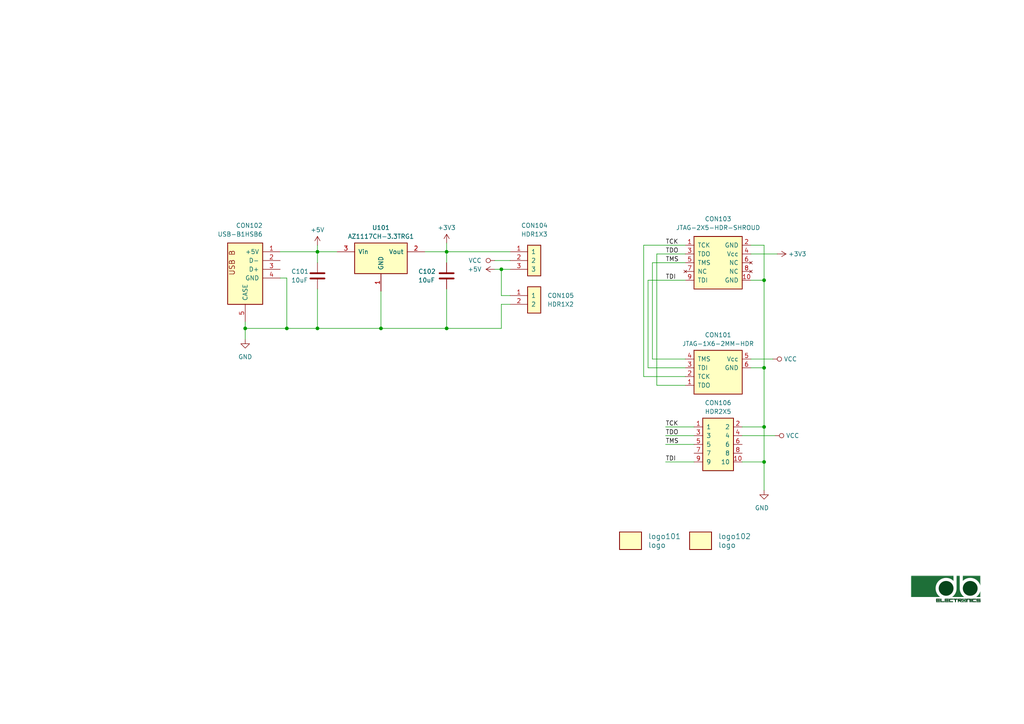
<source format=kicad_sch>
(kicad_sch (version 20230121) (generator eeschema)
  (paper "A4")
  (title_block (title "Petit JTAG") (date "2024-04-05") (rev "1.1") (company "db Electronics") (comment 1 "https://github.com/db-electronics/petit-jtag-kicad") (comment 2 "Licensed under CERN OHL v.1.2") (comment 3 "Copyright René Richard 2024"))
  (lib_symbols
    (symbol "db-artwork:logo" (pin_names (offset 1.016))
      (property "Reference" "logo" (at 0 6.35 0))
      (property "Value" "logo" (at 0 3.81 0))
      (symbol "logo_0_1"
        (rectangle (start -2.54 2.54) (end 3.81 -2.54) (stroke (width 0.254)) (fill (type background)))
      )
    )
    (symbol "db-connectors:HDR1X2" (pin_names (offset 1.016))
      (property "Reference" "CON" (at 2.54 3.81 0))
      (property "Value" "HDR1X2" (at 4.445 1.27 0))
      (symbol "HDR1X2_0_1"
        (rectangle (start 0 0) (end 3.81 -7.62) (stroke (width 0.254)) (fill (type background)))
      )
      (symbol "HDR1X2_1_1"
        (pin passive line (at -5.08 -2.54 0) (length 5.08) (name "1") (number "1"))
        (pin passive line (at -5.08 -5.08 0) (length 5.08) (name "2") (number "2"))
      )
    )
    (symbol "db-connectors:HDR1X3" (pin_names (offset 1.016))
      (property "Reference" "CON" (at 3.175 4.445 0))
      (property "Value" "HDR1X3" (at 4.445 2.54 0))
      (symbol "HDR1X3_0_1"
        (rectangle (start 0 0.635) (end 3.81 -8.255) (stroke (width 0.254)) (fill (type background)))
      )
      (symbol "HDR1X3_1_1"
        (pin passive line (at -5.08 -1.27 0) (length 5.08) (name "1") (number "1"))
        (pin passive line (at -5.08 -3.81 0) (length 5.08) (name "2") (number "2"))
        (pin passive line (at -5.08 -6.35 0) (length 5.08) (name "3") (number "3"))
      )
    )
    (symbol "db-connectors:HDR2X5" (pin_names (offset 1.016))
      (property "Reference" "CON" (at 2.54 3.81 0))
      (property "Value" "HDR2X5" (at 3.81 1.27 0))
      (symbol "HDR2X5_0_1"
        (rectangle (start 0 0) (end 8.89 -15.24) (stroke (width 0.254)) (fill (type background)))
      )
      (symbol "HDR2X5_1_1"
        (pin passive line (at -2.54 -2.54 0) (length 2.54) (name "1") (number "1"))
        (pin passive line (at 11.43 -12.7 180) (length 2.54) (name "10") (number "10"))
        (pin passive line (at 11.43 -2.54 180) (length 2.54) (name "2") (number "2"))
        (pin passive line (at -2.54 -5.08 0) (length 2.54) (name "3") (number "3"))
        (pin passive line (at 11.43 -5.08 180) (length 2.54) (name "4") (number "4"))
        (pin passive line (at -2.54 -7.62 0) (length 2.54) (name "5") (number "5"))
        (pin passive line (at 11.43 -7.62 180) (length 2.54) (name "6") (number "6"))
        (pin passive line (at -2.54 -10.16 0) (length 2.54) (name "7") (number "7"))
        (pin passive line (at 11.43 -10.16 180) (length 2.54) (name "8") (number "8"))
        (pin passive line (at -2.54 -12.7 0) (length 2.54) (name "9") (number "9"))
      )
    )
    (symbol "db-connectors:JTAG-1X6-2MM-HDR" (pin_names (offset 1.016))
      (property "Reference" "CON" (at 2.54 1.27 0))
      (property "Value" "JTAG-1X6-2MM-HDR" (at 7.62 3.81 0))
      (symbol "JTAG-1X6-2MM-HDR_0_1"
        (rectangle (start 0 0) (end 13.97 -12.7) (stroke (width 0.254)) (fill (type background)))
      )
      (symbol "JTAG-1X6-2MM-HDR_1_1"
        (pin bidirectional line (at -2.54 -10.16 0) (length 2.54) (name "TDO") (number "1"))
        (pin bidirectional line (at -2.54 -7.62 0) (length 2.54) (name "TCK") (number "2"))
        (pin bidirectional line (at -2.54 -5.08 0) (length 2.54) (name "TDI") (number "3"))
        (pin bidirectional line (at -2.54 -2.54 0) (length 2.54) (name "TMS") (number "4"))
        (pin power_in line (at 16.51 -2.54 180) (length 2.54) (name "Vcc") (number "5"))
        (pin power_in line (at 16.51 -5.08 180) (length 2.54) (name "GND") (number "6"))
      )
    )
    (symbol "db-connectors:JTAG-2X5-HDR-SHROUD" (pin_names (offset 1.016))
      (property "Reference" "CON" (at 2.54 1.27 0))
      (property "Value" "JTAG-2X5-HDR-SHROUD" (at 7.62 3.81 0))
      (symbol "JTAG-2X5-HDR-SHROUD_0_1"
        (rectangle (start 0 0) (end 13.97 -15.24) (stroke (width 0.254)) (fill (type background)))
      )
      (symbol "JTAG-2X5-HDR-SHROUD_1_1"
        (pin bidirectional line (at -2.54 -2.54 0) (length 2.54) (name "TCK") (number "1"))
        (pin power_in line (at 16.51 -12.7 180) (length 2.54) (name "GND") (number "10"))
        (pin power_in line (at 16.51 -2.54 180) (length 2.54) (name "GND") (number "2"))
        (pin bidirectional line (at -2.54 -5.08 0) (length 2.54) (name "TDO") (number "3"))
        (pin power_in line (at 16.51 -5.08 180) (length 2.54) (name "Vcc") (number "4"))
        (pin bidirectional line (at -2.54 -7.62 0) (length 2.54) (name "TMS") (number "5"))
        (pin no_connect line (at 16.51 -7.62 180) (length 2.54) (name "NC") (number "6"))
        (pin no_connect line (at -2.54 -10.16 0) (length 2.54) (name "NC") (number "7"))
        (pin no_connect line (at 16.51 -10.16 180) (length 2.54) (name "NC") (number "8"))
        (pin bidirectional line (at -2.54 -12.7 0) (length 2.54) (name "TDI") (number "9"))
      )
    )
    (symbol "db-connectors:USB-B1HSB6" (pin_names (offset 1.016))
      (property "Reference" "CON" (at 2.54 3.175 0))
      (property "Value" "USB-B1HSB6" (at 6.35 1.27 0))
      (symbol "USB-B1HSB6_0_0"
        (rectangle (start 0 0) (end 10.16 -17.78) (stroke (width 0.254)) (fill (type background)))
        (text "USB B" (at 8.89 -5.715 900) (effects (font (size 1.524 1.524))))
      )
      (symbol "USB-B1HSB6_1_1"
        (pin passive line (at -5.08 -2.54 0) (length 5.08) (name "+5V") (number "1"))
        (pin passive line (at -5.08 -5.08 0) (length 5.08) (name "D-") (number "2"))
        (pin passive line (at -5.08 -7.62 0) (length 5.08) (name "D+") (number "3"))
        (pin passive line (at -5.08 -10.16 0) (length 5.08) (name "GND") (number "4"))
        (pin passive line (at 5.08 -22.86 90) (length 5.08) (name "CASE") (number "5"))
      )
    )
    (symbol "db-passives:C_0805" (pin_numbers hide) (pin_names (offset 0.254))
      (property "Reference" "C" (at 0.635 2.54 0))
      (property "Value" "C_0805" (at 0.635 -2.54 0))
      (symbol "C_0805_0_1"
        (polyline (pts (xy -2.032 -0.762) (xy 2.032 -0.762)) (stroke (width 0.508)))
        (polyline (pts (xy -2.032 0.762) (xy 2.032 0.762)) (stroke (width 0.508)))
      )
      (symbol "C_0805_1_1"
        (pin passive line (at 0 3.81 270) (length 2.794) (name "~") (number "1"))
        (pin passive line (at 0 -3.81 90) (length 2.794) (name "~") (number "2"))
      )
    )
    (symbol "db-sem:AZ1117CH-3.3TRG1" (pin_names (offset 1.016))
      (property "Reference" "U" (at 1.27 3.175 0))
      (property "Value" "AZ1117CH-3.3TRG1" (at 0 0.635 0))
      (symbol "AZ1117CH-3.3TRG1_0_1"
        (rectangle (start 0 0) (end 15.24 -8.89) (stroke (width 0.254)) (fill (type background)))
      )
      (symbol "AZ1117CH-3.3TRG1_1_1"
        (pin power_in line (at 7.62 -13.97 90) (length 5.08) (name "GND") (number "1"))
        (pin power_out line (at 20.32 -2.54 180) (length 5.08) (name "Vout") (number "2"))
        (pin power_in line (at -5.08 -2.54 0) (length 5.08) (name "Vin") (number "3"))
      )
    )
    (symbol "power:+3V3" (power) (pin_names (offset 0))
      (property "Value" "+3V3" (at 0 3.556 0))
      (symbol "+3V3_0_1"
        (polyline (pts (xy -0.762 1.27) (xy 0 2.54)))
        (polyline (pts (xy 0 0) (xy 0 2.54)))
        (polyline (pts (xy 0 2.54) (xy 0.762 1.27)))
      )
      (symbol "+3V3_1_1"
        (pin power_in line (at 0 0 90) (length 0) hide (name "+3V3") (number "1"))
      )
    )
    (symbol "power:+5V" (power) (pin_names (offset 0))
      (property "Value" "+5V" (at 0 3.556 0))
      (symbol "+5V_0_1"
        (polyline (pts (xy -0.762 1.27) (xy 0 2.54)))
        (polyline (pts (xy 0 0) (xy 0 2.54)))
        (polyline (pts (xy 0 2.54) (xy 0.762 1.27)))
      )
      (symbol "+5V_1_1"
        (pin power_in line (at 0 0 90) (length 0) hide (name "+5V") (number "1"))
      )
    )
    (symbol "power:GND" (power) (pin_names (offset 0))
      (property "Value" "GND" (at 0 -3.81 0))
      (symbol "GND_0_1"
        (polyline (pts (xy 0 0) (xy 0 -1.27) (xy 1.27 -1.27) (xy 0 -2.54) (xy -1.27 -1.27) (xy 0 -1.27)))
      )
      (symbol "GND_1_1"
        (pin power_in line (at 0 0 270) (length 0) hide (name "GND") (number "1"))
      )
    )
    (symbol "power:VCC" (power) (pin_names (offset 0))
      (property "Value" "VCC" (at 0 3.81 0))
      (symbol "VCC_0_1"
        (polyline (pts (xy 0 0) (xy 0 1.27)))
        (circle (center 0 1.905) (radius 0.635))
      )
      (symbol "VCC_1_1"
        (pin power_in line (at 0 0 90) (length 0) hide (name "VCC") (number "1"))
      )
    )
  )
  (junction (at 110.49 95.25))
  (junction (at 129.54 73.025))
  (junction (at 221.615 81.28))
  (junction (at 129.54 95.25))
  (junction (at 92.075 95.25))
  (junction (at 221.615 133.985))
  (junction (at 83.185 95.25))
  (junction (at 221.615 123.825))
  (junction (at 145.415 78.105))
  (junction (at 71.12 95.25))
  (junction (at 221.615 106.68))
  (junction (at 92.075 73.025))
  (wire (pts (xy 221.615 81.28) (xy 217.805 81.28)))
  (wire (pts (xy 83.185 95.25) (xy 71.12 95.25)))
  (wire (pts (xy 190.5 111.76) (xy 198.755 111.76)))
  (wire (pts (xy 221.615 71.12) (xy 221.615 81.28)))
  (wire (pts (xy 71.12 93.345) (xy 71.12 95.25)))
  (wire (pts (xy 186.69 71.12) (xy 198.755 71.12)))
  (wire (pts (xy 217.805 71.12) (xy 221.615 71.12)))
  (wire (pts (xy 92.075 73.025) (xy 92.075 76.2)))
  (wire (pts (xy 129.54 83.82) (xy 129.54 95.25)))
  (wire (pts (xy 193.04 133.985) (xy 201.295 133.985)))
  (wire (pts (xy 187.96 81.28) (xy 198.755 81.28)))
  (wire (pts (xy 71.12 95.25) (xy 71.12 98.425)))
  (wire (pts (xy 221.615 106.68) (xy 221.615 123.825)))
  (wire (pts (xy 129.54 73.025) (xy 129.54 76.2)))
  (wire (pts (xy 129.54 70.485) (xy 129.54 73.025)))
  (wire (pts (xy 189.23 76.2) (xy 189.23 104.14)))
  (wire (pts (xy 193.04 126.365) (xy 201.295 126.365)))
  (wire (pts (xy 221.615 133.985) (xy 221.615 142.24)))
  (wire (pts (xy 81.28 73.025) (xy 92.075 73.025)))
  (wire (pts (xy 92.075 71.12) (xy 92.075 73.025)))
  (wire (pts (xy 215.265 123.825) (xy 221.615 123.825)))
  (wire (pts (xy 123.19 73.025) (xy 129.54 73.025)))
  (wire (pts (xy 147.955 85.725) (xy 145.415 85.725)))
  (wire (pts (xy 217.805 106.68) (xy 221.615 106.68)))
  (wire (pts (xy 143.51 78.105) (xy 145.415 78.105)))
  (wire (pts (xy 147.955 88.265) (xy 145.415 88.265)))
  (wire (pts (xy 110.49 84.455) (xy 110.49 95.25)))
  (wire (pts (xy 129.54 73.025) (xy 147.955 73.025)))
  (wire (pts (xy 217.805 73.66) (xy 225.425 73.66)))
  (wire (pts (xy 198.755 73.66) (xy 190.5 73.66)))
  (wire (pts (xy 198.755 76.2) (xy 189.23 76.2)))
  (wire (pts (xy 145.415 78.105) (xy 147.955 78.105)))
  (wire (pts (xy 187.96 106.68) (xy 187.96 81.28)))
  (wire (pts (xy 145.415 88.265) (xy 145.415 95.25)))
  (wire (pts (xy 215.265 126.365) (xy 224.79 126.365)))
  (wire (pts (xy 221.615 106.68) (xy 221.615 81.28)))
  (wire (pts (xy 198.755 109.22) (xy 186.69 109.22)))
  (wire (pts (xy 145.415 95.25) (xy 129.54 95.25)))
  (wire (pts (xy 193.04 128.905) (xy 201.295 128.905)))
  (wire (pts (xy 92.075 73.025) (xy 97.79 73.025)))
  (wire (pts (xy 189.23 104.14) (xy 198.755 104.14)))
  (wire (pts (xy 83.185 80.645) (xy 83.185 95.25)))
  (wire (pts (xy 198.755 106.68) (xy 187.96 106.68)))
  (wire (pts (xy 217.805 104.14) (xy 224.155 104.14)))
  (wire (pts (xy 190.5 73.66) (xy 190.5 111.76)))
  (wire (pts (xy 92.075 83.82) (xy 92.075 95.25)))
  (wire (pts (xy 143.51 75.565) (xy 147.955 75.565)))
  (wire (pts (xy 129.54 95.25) (xy 110.49 95.25)))
  (wire (pts (xy 186.69 109.22) (xy 186.69 71.12)))
  (wire (pts (xy 92.075 95.25) (xy 83.185 95.25)))
  (wire (pts (xy 221.615 133.985) (xy 215.265 133.985)))
  (wire (pts (xy 110.49 95.25) (xy 92.075 95.25)))
  (wire (pts (xy 193.04 123.825) (xy 201.295 123.825)))
  (wire (pts (xy 221.615 123.825) (xy 221.615 133.985)))
  (wire (pts (xy 145.415 85.725) (xy 145.415 78.105)))
  (wire (pts (xy 81.28 80.645) (xy 83.185 80.645)))
  (image (at 274.32 170.815) (scale 0.290749))
  (label "TDI" (at 193.04 81.28 0))
  (label "TMS" (at 193.04 76.2 0))
  (label "TMS" (at 193.04 128.905 0))
  (label "TCK" (at 193.04 71.12 0))
  (label "TDO" (at 193.04 73.66 0))
  (label "TCK" (at 193.04 123.825 0))
  (label "TDI" (at 193.04 133.985 0))
  (label "TDO" (at 193.04 126.365 0))
  (symbol (lib_id "db-connectors:JTAG-1X6-2MM-HDR") (at 201.295 101.6 0) (unit 1)
    (property "Reference" "CON101" (at 208.28 97.155 0))
    (property "Value" "JTAG-1X6-2MM-HDR" (at 208.28 99.695 0))
    (property "Footprint" "db-thparts:HDR1X6_2MM" (effects hide))
    (property "Supplier" "www.digikey.ca" (effects hide))
    (property "Part Number" "2057-2PH1-06-UA-ND" (effects hide))
    (property "Description" "USB BLASTER JTAG 1X6 HEADER" (effects hide))
  )
  (symbol (lib_id "power:+3V3") (at 225.425 73.66 270) (unit 1)
    (property "Reference" "#PWR0102" (effects hide))
    (property "Value" "+3V3" (at 228.6 73.66 90) (effects (justify left)))
  )
  (symbol (lib_id "power:+5V") (at 143.51 78.105 90) (unit 1)
    (property "Reference" "#PWR0105" (effects hide))
    (property "Value" "+5V" (at 139.7 78.105 90) (effects (justify left)))
  )
  (symbol (lib_id "db-connectors:HDR1X2") (at 153.035 83.185 0) (unit 1)
    (property "Reference" "CON105" (at 158.75 85.725 0) (effects (justify left)))
    (property "Value" "HDR1X2" (at 158.75 88.265 0) (effects (justify left)))
    (property "Footprint" "db-thparts:HDR1X2" (effects hide))
    (property "Digikey" "952-2262-ND" (effects hide))
    (property "Description" "SIL VERTICAL PC TAIL PIN HEADER" (effects hide))
  )
  (symbol (lib_id "db-artwork:logo") (at 202.565 156.845 0) (unit 1)
    (property "Reference" "logo102" (at 208.28 155.575 0) (effects (font (size 1.524 1.524)) (justify left)))
    (property "Value" "logo" (at 208.28 158.115 0) (effects (font (size 1.524 1.524)) (justify left)))
    (property "Footprint" "db-artwork:oshw-logo_5mm" (effects hide))
  )
  (symbol (lib_id "power:GND") (at 221.615 142.24 0) (unit 1)
    (property "Reference" "#PWR0107" (effects hide))
    (property "Value" "GND" (at 220.98 147.32 0))
  )
  (symbol (lib_id "db-connectors:USB-B1HSB6") (at 76.2 70.485 0) (mirror y) (unit 1)
    (property "Reference" "CON102" (at 76.2 65.405 0) (effects (justify left)))
    (property "Value" "USB-B1HSB6" (at 76.2 67.945 0) (effects (justify left)))
    (property "Footprint" "db-thparts:USB-B1HSxx" (effects hide))
    (property "Datasheet" "http://www.on-shore.com/wp-content/uploads/2015/09/usb-b1hsxx.pdf" (effects hide))
    (property "Digikey" "ED2983-ND" (effects hide))
    (property "Description" "CONN USB TYPE B R/A BLACK" (effects hide))
  )
  (symbol (lib_id "db-artwork:logo") (at 182.245 156.845 0) (unit 1)
    (property "Reference" "logo101" (at 187.96 155.575 0) (effects (font (size 1.524 1.524)) (justify left)))
    (property "Value" "logo" (at 187.96 158.115 0) (effects (font (size 1.524 1.524)) (justify left)))
    (property "Footprint" "db-artwork:db-logo_7.5mm" (effects hide))
  )
  (symbol (lib_id "db-passives:C_0805") (at 129.54 80.01 0) (unit 1)
    (property "Reference" "C102" (at 121.285 78.74 0) (effects (justify left)))
    (property "Value" "10uF" (at 121.285 81.28 0) (effects (justify left)))
    (property "Footprint" "db-smt:0805" (effects hide))
    (property "Digikey" "1276-1096-1-ND" (effects hide))
    (property "Description" "CAP CER 10UF 16V X5R 0805" (effects hide))
  )
  (symbol (lib_id "power:VCC") (at 143.51 75.565 90) (unit 1)
    (property "Reference" "#PWR0104" (effects hide))
    (property "Value" "VCC" (at 139.7 75.565 90) (effects (justify left)))
  )
  (symbol (lib_id "db-connectors:HDR1X3") (at 153.035 71.755 0) (unit 1)
    (property "Reference" "CON104" (at 151.13 65.405 0) (effects (justify left)))
    (property "Value" "HDR1X3" (at 151.13 67.945 0) (effects (justify left)))
    (property "Footprint" "db-thparts:HDR1X3" (effects hide))
    (property "Digikey" "732-5316-ND" (effects hide))
    (property "Description" "CONN HEADER 3 POS 2.54" (effects hide))
  )
  (symbol (lib_id "power:+3V3") (at 129.54 70.485 0) (unit 1)
    (property "Reference" "#PWR0108" (effects hide))
    (property "Value" "+3V3" (at 129.54 66.04 0))
  )
  (symbol (lib_id "db-passives:C_0805") (at 92.075 80.01 0) (unit 1)
    (property "Reference" "C101" (at 84.455 78.74 0) (effects (justify left)))
    (property "Value" "10uF" (at 84.455 81.28 0) (effects (justify left)))
    (property "Footprint" "db-smt:0805" (effects hide))
    (property "Digikey" "1276-1096-1-ND" (effects hide))
    (property "Description" "CAP CER 10UF 16V X5R 0805" (effects hide))
  )
  (symbol (lib_id "db-connectors:JTAG-2X5-HDR-SHROUD") (at 201.295 68.58 0) (unit 1)
    (property "Reference" "CON103" (at 208.28 63.5 0))
    (property "Value" "JTAG-2X5-HDR-SHROUD" (at 208.28 66.04 0))
    (property "Footprint" "db-thparts:HDR2X5-JTAG_SHROUD" (effects hide))
    (property "Digikey" "ED1543-ND" (effects hide))
    (property "Description" "USB BLASTER JTAG 2X5 HEADER" (effects hide))
  )
  (symbol (lib_id "power:VCC") (at 224.155 104.14 270) (unit 1)
    (property "Reference" "#PWR0106" (effects hide))
    (property "Value" "VCC" (at 227.33 104.14 90) (effects (justify left)))
  )
  (symbol (lib_id "power:VCC") (at 224.79 126.365 270) (unit 1)
    (property "Reference" "#PWR0109" (effects hide))
    (property "Value" "VCC" (at 227.965 126.365 90) (effects (justify left)))
  )
  (symbol (lib_id "power:GND") (at 71.12 98.425 0) (unit 1)
    (property "Reference" "#PWR0101" (effects hide))
    (property "Value" "GND" (at 71.12 103.505 0))
  )
  (symbol (lib_id "db-sem:AZ1117CH-3.3TRG1") (at 102.87 70.485 0) (unit 1)
    (property "Reference" "U101" (at 110.49 66.04 0))
    (property "Value" "AZ1117CH-3.3TRG1" (at 110.49 68.58 0))
    (property "Footprint" "db-smt:SOT-223" (effects hide))
    (property "Datasheet" "https://www.diodes.com/assets/Datasheets/AZ1117C.pdf" (effects hide))
    (property "Digikey" "AZ1117CH-3.3TRG1DICT-ND" (effects hide))
    (property "Description" "IC REG LINEAR 3.3V 800MA SOT223" (effects hide))
    (property "Reviewed" "2019-03-19" (effects hide))
  )
  (symbol (lib_id "power:+5V") (at 92.075 71.12 0) (unit 1)
    (property "Reference" "#PWR0103" (effects hide))
    (property "Value" "+5V" (at 92.075 66.675 0))
  )
  (symbol (lib_id "db-connectors:HDR2X5") (at 203.835 121.285 0) (unit 1)
    (property "Reference" "CON106" (at 208.28 116.84 0))
    (property "Value" "HDR2X5" (at 208.28 119.38 0))
    (property "Footprint" "db-thparts:HDR2X5-JTAG" (effects hide))
    (property "Digikey" "ED1543-ND" (effects hide))
    (property "Description" "CONN HEADER VERT 10POS 2.54MM" (effects hide))
  )
)
</source>
